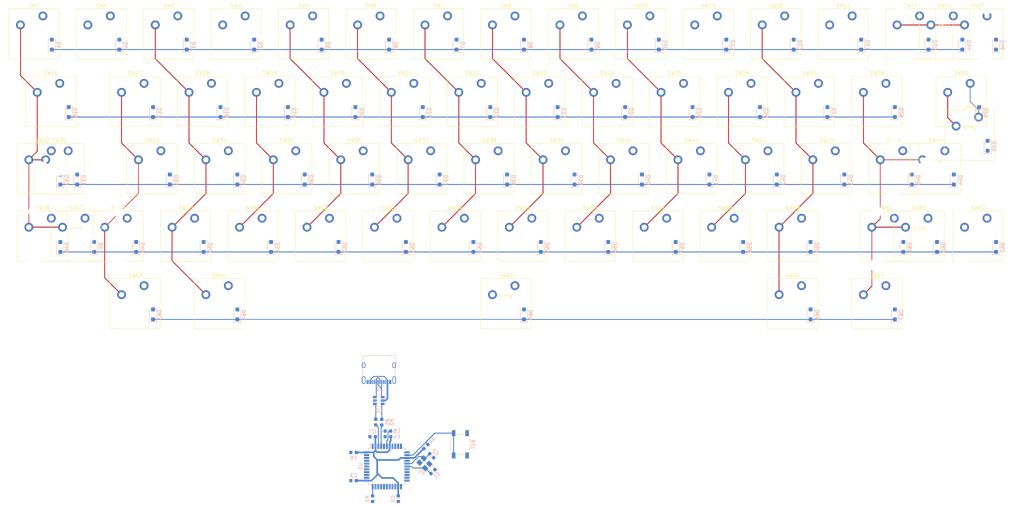
<source format=kicad_pcb>
(kicad_pcb (version 20241229) (generator "pcbnew") (generator_version "9.0")
  (layers (0 "F.Cu" signal) (2 "B.Cu" signal) (13 "F.Paste" user) (15 "B.Paste" user) (5 "F.SilkS" user "F.Silkscreen") (7 "B.SilkS" user "B.Silkscreen") (1 "F.Mask" user) (3 "B.Mask" user) (25 "Edge.Cuts" user))
  (net 0 "")
  (net 1 "COL0")
  (net 2 "COL1")
  (net 3 "COL2")
  (net 4 "COL3")
  (net 5 "COL4")
  (net 6 "COL5")
  (net 7 "COL6")
  (net 8 "COL7")
  (net 9 "COL8")
  (net 10 "COL9")
  (net 11 "COL10")
  (net 12 "COL11")
  (net 13 "COL12")
  (net 14 "COL13")
  (net 15 "ROW0")
  (net 16 "ROW1")
  (net 17 "ROW2")
  (net 18 "ROW3")
  (net 19 "ROW4")
  (net 20 "mcu/D-")
  (net 21 "u2/D-")
  (net 22 "u2/D+")
  (net 23 "mcu/D+")
  (net 24 "VCC")
  (net 25 "mcu/~{RESET}")
  (net 26 "GND")
  (net 27 "mcu/~{HWB}/PE2")
  (net 28 "usb/D-")
  (net 29 "usb/D+")
  (net 30 "mcu/UCAP")
  (net 31 "mcu/XTAL2")
  (net 32 "mcu/XTAL1")
  (net 33 "N$65")
  (net 34 "N$60")
  (net 35 "N$47")
  (net 36 "N$44")
  (net 37 "N$14")
  (net 38 "N$61")
  (net 39 "N$31")
  (net 40 "N$64")
  (net 41 "N$29")
  (net 42 "N$16")
  (net 43 "N$66")
  (net 44 "N$48")
  (net 45 "N$32")
  (net 46 "N$8")
  (net 47 "N$7")
  (net 48 "N$63")
  (net 49 "N$9")
  (net 50 "N$67")
  (net 51 "N$6")
  (net 52 "N$59")
  (net 53 "N$58")
  (net 54 "N$57")
  (net 55 "N$56")
  (net 56 "N$55")
  (net 57 "N$54")
  (net 58 "N$53")
  (net 59 "N$52")
  (net 60 "N$51")
  (net 61 "N$50")
  (net 62 "N$5")
  (net 63 "N$49")
  (net 64 "N$46")
  (net 65 "N$45")
  (net 66 "N$43")
  (net 67 "N$42")
  (net 68 "N$41")
  (net 69 "N$40")
  (net 70 "N$4")
  (net 71 "N$39")
  (net 72 "N$38")
  (net 73 "N$37")
  (net 74 "N$36")
  (net 75 "N$35")
  (net 76 "N$34")
  (net 77 "N$33")
  (net 78 "N$30")
  (net 79 "N$3")
  (net 80 "N$28")
  (net 81 "N$27")
  (net 82 "N$26")
  (net 83 "N$25")
  (net 84 "N$24")
  (net 85 "N$23")
  (net 86 "N$22")
  (net 87 "N$21")
  (net 88 "N$20")
  (net 89 "N$2")
  (net 90 "N$19")
  (net 91 "N$18")
  (net 92 "N$17")
  (net 93 "N$15")
  (net 94 "N$13")
  (net 95 "N$12")
  (net 96 "N$11")
  (net 97 "N$10")
  (net 98 "N$1")
  (net 99 "N$62")
  (footprint "PCM_Switch_Keyboard_Cherry_MX:SW_Cherry_MX_PCB_1.25u" (layer "F.Cu") (at 97.63125 76.2)
    (property "Reference" "SW32")
    (property "Value" "SW_Push")
  )
  (footprint "PCM_Switch_Keyboard_Cherry_MX:SW_Cherry_MX_PCB_1.00u" (layer "F.Cu") (at 142.875 57.15)
    (property "Reference" "SW18")
    (property "Value" "SW_Push")
  )
  (footprint "PCM_Switch_Keyboard_Cherry_MX:SW_Cherry_MX_PCB_1.00u" (layer "F.Cu") (at 171.45 38.1)
    (property "Reference" "SW5")
    (property "Value" "SW_Push")
  )
  (footprint "PCM_Switch_Keyboard_Cherry_MX:SW_Cherry_MX_PCB_1.00u" (layer "F.Cu") (at 295.275 57.15)
    (property "Reference" "SW26")
    (property "Value" "SW_Push")
  )
  (footprint "PCM_Switch_Keyboard_Cherry_MX:SW_Cherry_MX_PCB_1.00u" (layer "F.Cu") (at 200.025 57.15)
    (property "Reference" "SW21")
    (property "Value" "SW_Push")
  )
  (footprint "PCM_Switch_Keyboard_Cherry_MX:SW_Cherry_MX_PCB_1.00u" (layer "F.Cu") (at 123.825 57.15)
    (property "Reference" "SW17")
    (property "Value" "SW_Push")
  )
  (footprint "PCM_Mounting_Keyboard_Stabilizer:Stabilizer_Cherry_MX_2.00u" (layer "F.Cu") (at 359.56875 66.675)
    (property "Reference" "ST30")
    (property "Value" "MountingHole")
  )
  (footprint "PCM_Switch_Keyboard_Cherry_MX:SW_Cherry_MX_PCB_1.00u" (layer "F.Cu") (at 333.375 57.15)
    (property "Reference" "SW28")
    (property "Value" "SW_Push")
  )
  (footprint "PCM_Switch_Keyboard_Cherry_MX:SW_Cherry_MX_PCB_1.50u" (layer "F.Cu") (at 100.0125 57.15)
    (property "Reference" "SW16")
    (property "Value" "SW_Push")
  )
  (footprint "PCM_Switch_Keyboard_Cherry_MX:SW_Cherry_MX_PCB_1.00u" (layer "F.Cu") (at 323.85 38.1)
    (property "Reference" "SW11")
    (property "Value" "SW_Push")
  )
  (footprint "PCM_Switch_Keyboard_Cherry_MX:SW_Cherry_MX_PCB_1.75u" (layer "F.Cu") (at 335.75625 95.25)
    (property "Reference" "SW61")
    (property "Value" "SW_Push")
  )
  (footprint "PCM_Mounting_Keyboard_Stabilizer:Stabilizer_Cherry_MX_2.00u" (layer "F.Cu") (at 107.15625 95.25)
    (property "Reference" "ST47")
    (property "Value" "MountingHole")
  )
  (footprint "PCM_Switch_Keyboard_Cherry_MX:SW_Cherry_MX_PCB_1.00u" (layer "F.Cu") (at 176.2125 95.25)
    (property "Reference" "SW52")
    (property "Value" "SW_Push")
  )
  (footprint "PCM_Mounting_Keyboard_Stabilizer:Stabilizer_Cherry_MX_7.00u" (layer "F.Cu") (at 228.6 114.3)
    (property "Reference" "ST65")
    (property "Value" "MountingHole")
  )
  (footprint "PCM_Mounting_Keyboard_Stabilizer:Stabilizer_Cherry_MX_2.00u" (layer "F.Cu") (at 352.425 38.1)
    (property "Reference" "ST14")
    (property "Value" "MountingHole")
  )
  (footprint "PCM_Switch_Keyboard_Cherry_MX:SW_Cherry_MX_PCB_1.00u" (layer "F.Cu") (at 304.8 38.1)
    (property "Reference" "SW12")
    (property "Value" "SW_Push")
  )
  (footprint "PCM_Switch_Keyboard_Cherry_MX:SW_Cherry_MX_PCB_1.00u" (layer "F.Cu") (at 161.925 57.15)
    (property "Reference" "SW19")
    (property "Value" "SW_Push")
  )
  (footprint "PCM_Switch_Keyboard_Cherry_MX:SW_Cherry_MX_PCB_1.00u" (layer "F.Cu") (at 157.1625 95.25)
    (property "Reference" "SW51")
    (property "Value" "SW_Push")
  )
  (footprint "PCM_Switch_Keyboard_Cherry_MX:SW_Cherry_MX_PCB_2.25u" (layer "F.Cu") (at 107.15625 95.25)
    (property "Reference" "SW47")
    (property "Value" "SW_Push")
  )
  (footprint "PCM_Switch_Keyboard_Cherry_MX:SW_Cherry_MX_PCB_1.00u" (layer "F.Cu") (at 166.6875 76.2)
    (property "Reference" "SW35")
    (property "Value" "SW_Push")
  )
  (footprint "PCM_Switch_Keyboard_Cherry_MX:SW_Cherry_MX_PCB_1.00u" (layer "F.Cu") (at 223.8375 76.2)
    (property "Reference" "SW38")
    (property "Value" "SW_Push")
  )
  (footprint "PCM_Switch_Keyboard_Cherry_MX:SW_Cherry_MX_PCB_1.00u" (layer "F.Cu") (at 195.2625 95.25)
    (property "Reference" "SW53")
    (property "Value" "SW_Push")
  )
  (footprint "PCM_Switch_Keyboard_Cherry_MX:SW_Cherry_MX_PCB_1.00u" (layer "F.Cu") (at 180.975 57.15)
    (property "Reference" "SW20")
    (property "Value" "SW_Push")
  )
  (footprint "PCM_Switch_Keyboard_Cherry_MX:SW_Cherry_MX_PCB_1.00u" (layer "F.Cu") (at 300.0375 76.2)
    (property "Reference" "SW42")
    (property "Value" "SW_Push")
  )
  (footprint "PCM_Switch_Keyboard_Cherry_MX:SW_Cherry_MX_PCB_1.00u" (layer "F.Cu") (at 342.9 38.1)
    (property "Reference" "SW15")
    (property "Value" "SW_Push")
  )
  (footprint "PCM_Switch_Keyboard_Cherry_MX:SW_Cherry_MX_PCB_1.00u" (layer "F.Cu") (at 319.0875 76.2)
    (property "Reference" "SW43")
    (property "Value" "SW_Push")
  )
  (footprint "PCM_Switch_Keyboard_Cherry_MX:SW_Cherry_MX_PCB_1.00u" (layer "F.Cu") (at 233.3625 95.25)
    (property "Reference" "SW55")
    (property "Value" "SW_Push")
  )
  (footprint "PCM_Switch_Keyboard_Cherry_MX:SW_Cherry_MX_PCB_1.50u" (layer "F.Cu") (at 309.5625 114.3)
    (property "Reference" "SW66")
    (property "Value" "SW_Push")
  )
  (footprint "PCM_Switch_Keyboard_Cherry_MX:SW_Cherry_MX_PCB_1.00u" (layer "F.Cu") (at 138.1125 95.25)
    (property "Reference" "SW50")
    (property "Value" "SW_Push")
  )
  (footprint "PCM_Switch_Keyboard_Cherry_MX:SW_Cherry_MX_PCB_7.00u" (layer "F.Cu") (at 228.6 114.3)
    (property "Reference" "SW65")
    (property "Value" "SW_Push")
  )
  (footprint "PCM_Switch_Keyboard_Cherry_MX:SW_Cherry_MX_PCB_2.25u" (layer "F.Cu") (at 350.04375 76.2)
    (property "Reference" "SW44")
    (property "Value" "SW_Push")
  )
  (footprint "PCM_Switch_Keyboard_Cherry_MX:SW_Cherry_MX_PCB_1.00u" (layer "F.Cu") (at 228.6 38.1)
    (property "Reference" "SW8")
    (property "Value" "SW_Push")
  )
  (footprint "PCM_Switch_Keyboard_Cherry_MX:SW_Cherry_MX_PCB_1.00u" (layer "F.Cu") (at 338.1375 76.2)
    (property "Reference" "SW45")
    (property "Value" "SW_Push")
  )
  (footprint "PCM_Switch_Keyboard_Cherry_MX:SW_Cherry_MX_PCB_1.00u" (layer "F.Cu") (at 252.4125 95.25)
    (property "Reference" "SW56")
    (property "Value" "SW_Push")
  )
  (footprint "PCM_Switch_Keyboard_Cherry_MX:SW_Cherry_MX_PCB_1.00u" (layer "F.Cu") (at 123.825 114.3)
    (property "Reference" "SW63")
    (property "Value" "SW_Push")
  )
  (footprint "PCM_Switch_Keyboard_Cherry_MX:SW_Cherry_MX_PCB_1.00u" (layer "F.Cu") (at 247.65 38.1)
    (property "Reference" "SW9")
    (property "Value" "SW_Push")
  )
  (footprint "PCM_Mounting_Keyboard_Stabilizer:Stabilizer_Cherry_MX_2.00u" (layer "F.Cu") (at 345.28125 95.25)
    (property "Reference" "ST60")
    (property "Value" "MountingHole")
  )
  (footprint "PCM_Switch_Keyboard_Cherry_MX:SW_Cherry_MX_PCB_1.00u" (layer "F.Cu") (at 314.325 57.15)
    (property "Reference" "SW27")
    (property "Value" "SW_Push")
  )
  (footprint "PCM_Switch_Keyboard_Cherry_MX:SW_Cherry_MX_PCB_1.00u" (layer "F.Cu") (at 359.56875 66.675)
    (property "Reference" "SW30")
    (property "Value" "SW_Push")
  )
  (footprint "PCM_Switch_Keyboard_Cherry_MX:SW_Cherry_MX_PCB_1.00u" (layer "F.Cu") (at 309.5625 95.25)
    (property "Reference" "SW59")
    (property "Value" "SW_Push")
  )
  (footprint "PCM_Switch_Keyboard_Cherry_MX:SW_Cherry_MX_PCB_1.00u" (layer "F.Cu") (at 276.225 57.15)
    (property "Reference" "SW25")
    (property "Value" "SW_Push")
  )
  (footprint "PCM_Switch_Keyboard_Cherry_MX:SW_Cherry_MX_PCB_1.00u" (layer "F.Cu") (at 271.4625 95.25)
    (property "Reference" "SW57")
    (property "Value" "SW_Push")
  )
  (footprint "PCM_Switch_Keyboard_Cherry_MX:SW_Cherry_MX_PCB_1.00u" (layer "F.Cu") (at 95.25 38.1)
    (property "Reference" "SW1")
    (property "Value" "SW_Push")
  )
  (footprint "PCM_Switch_Keyboard_Cherry_MX:SW_Cherry_MX_PCB_1.00u" (layer "F.Cu") (at 361.95 38.1)
    (property "Reference" "SW46")
    (property "Value" "SW_Push")
  )
  (footprint "PCM_Switch_Keyboard_Cherry_MX:SW_Cherry_MX_PCB_1.00u" (layer "F.Cu") (at 261.9375 76.2)
    (property "Reference" "SW40")
    (property "Value" "SW_Push")
  )
  (footprint "PCM_Switch_Keyboard_Cherry_MX:SW_Cherry_MX_PCB_1.00u" (layer "F.Cu") (at 190.5 38.1)
    (property "Reference" "SW6")
    (property "Value" "SW_Push")
  )
  (footprint "PCM_Switch_Keyboard_Cherry_MX:SW_Cherry_MX_PCB_1.00u" (layer "F.Cu") (at 266.7 38.1)
    (property "Reference" "SW10")
    (property "Value" "SW_Push")
  )
  (footprint "PCM_Switch_Keyboard_Cherry_MX:SW_Cherry_MX_PCB_1.00u" (layer "F.Cu") (at 147.6375 76.2)
    (property "Reference" "SW34")
    (property "Value" "SW_Push")
  )
  (footprint "PCM_Switch_Keyboard_Cherry_MX:SW_Cherry_MX_PCB_1.00u" (layer "F.Cu") (at 361.95 95.25)
    (property "Reference" "SW62")
    (property "Value" "SW_Push")
  )
  (footprint "PCM_Switch_Keyboard_Cherry_MX:SW_Cherry_MX_PCB_1.00u" (layer "F.Cu") (at 128.5875 76.2)
    (property "Reference" "SW33")
    (property "Value" "SW_Push")
  )
  (footprint "PCM_Mounting_Keyboard_Stabilizer:Stabilizer_Cherry_MX_2.00u" (layer "F.Cu") (at 350.04375 76.2)
    (property "Reference" "ST44")
    (property "Value" "MountingHole")
  )
  (footprint "PCM_Switch_Keyboard_Cherry_MX:SW_Cherry_MX_PCB_1.00u" (layer "F.Cu") (at 238.125 57.15)
    (property "Reference" "SW23")
    (property "Value" "SW_Push")
  )
  (footprint "PCM_Switch_Keyboard_Cherry_MX:SW_Cherry_MX_PCB_1.00u" (layer "F.Cu") (at 333.375 114.3)
    (property "Reference" "SW67")
    (property "Value" "SW_Push")
  )
  (footprint "PCM_Switch_Keyboard_Cherry_MX:SW_Cherry_MX_PCB_1.00u" (layer "F.Cu") (at 119.0625 95.25)
    (property "Reference" "SW49")
    (property "Value" "SW_Push")
  )
  (footprint "PCM_Switch_Keyboard_Cherry_MX:SW_Cherry_MX_PCB_2.75u" (layer "F.Cu") (at 345.28125 95.25)
    (property "Reference" "SW60")
    (property "Value" "SW_Push")
  )
  (footprint "PCM_Switch_Keyboard_Cherry_MX:SW_Cherry_MX_PCB_1.00u" (layer "F.Cu") (at 152.4 38.1)
    (property "Reference" "SW2")
    (property "Value" "SW_Push")
  )
  (footprint "PCM_Switch_Keyboard_Cherry_MX:SW_Cherry_MX_PCB_1.00u" (layer "F.Cu") (at 114.3 38.1)
    (property "Reference" "SW4")
    (property "Value" "SW_Push")
  )
  (footprint "PCM_Switch_Keyboard_Cherry_MX:SW_Cherry_MX_PCB_1.00u" (layer "F.Cu") (at 133.35 38.1)
    (property "Reference" "SW3")
    (property "Value" "SW_Push")
  )
  (footprint "PCM_Switch_Keyboard_Cherry_MX:SW_Cherry_MX_PCB_1.00u" (layer "F.Cu") (at 257.175 57.15)
    (property "Reference" "SW24")
    (property "Value" "SW_Push")
  )
  (footprint "PCM_Switch_Keyboard_Cherry_MX:SW_Cherry_MX_PCB_1.25u" (layer "F.Cu") (at 97.63125 95.25)
    (property "Reference" "SW48")
    (property "Value" "SW_Push")
  )
  (footprint "PCM_Switch_Keyboard_Cherry_MX:SW_Cherry_MX_PCB_2.00u" (layer "F.Cu") (at 352.425 38.1)
    (property "Reference" "SW14")
    (property "Value" "SW_Push")
  )
  (footprint "PCM_Switch_Keyboard_Cherry_MX:SW_Cherry_MX_PCB_1.00u" (layer "F.Cu") (at 242.8875 76.2)
    (property "Reference" "SW39")
    (property "Value" "SW_Push")
  )
  (footprint "PCM_Switch_Keyboard_Cherry_MX:SW_Cherry_MX_PCB_1.50u" (layer "F.Cu") (at 147.6375 114.3)
    (property "Reference" "SW64")
    (property "Value" "SW_Push")
  )
  (footprint "PCM_Switch_Keyboard_Cherry_MX:SW_Cherry_MX_PCB_1.00u" (layer "F.Cu") (at 219.075 57.15)
    (property "Reference" "SW22")
    (property "Value" "SW_Push")
  )
  (footprint "PCM_Switch_Keyboard_Cherry_MX:SW_Cherry_MX_PCB_1.50u" (layer "F.Cu") (at 357.1875 57.15)
    (property "Reference" "SW29")
    (property "Value" "SW_Push")
  )
  (footprint "PCM_Switch_Keyboard_Cherry_MX:SW_Cherry_MX_PCB_1.00u" (layer "F.Cu") (at 209.55 38.1)
    (property "Reference" "SW7")
    (property "Value" "SW_Push")
  )
  (footprint "PCM_Switch_Keyboard_Cherry_MX:SW_Cherry_MX_PCB_1.00u" (layer "F.Cu") (at 290.5125 95.25)
    (property "Reference" "SW58")
    (property "Value" "SW_Push")
  )
  (footprint "PCM_Switch_Keyboard_Cherry_MX:SW_Cherry_MX_PCB_1.00u" (layer "F.Cu") (at 285.75 38.1)
    (property "Reference" "SW13")
    (property "Value" "SW_Push")
  )
  (footprint "PCM_Switch_Keyboard_Cherry_MX:SW_Cherry_MX_PCB_1.00u" (layer "F.Cu") (at 214.3125 95.25)
    (property "Reference" "SW54")
    (property "Value" "SW_Push")
  )
  (footprint "PCM_Switch_Keyboard_Cherry_MX:SW_Cherry_MX_PCB_1.75u" (layer "F.Cu") (at 102.39375 76.2)
    (property "Reference" "SW31")
    (property "Value" "SW_Push")
  )
  (footprint "PCM_Switch_Keyboard_Cherry_MX:SW_Cherry_MX_PCB_1.00u" (layer "F.Cu") (at 185.7375 76.2)
    (property "Reference" "SW36")
    (property "Value" "SW_Push")
  )
  (footprint "PCM_Switch_Keyboard_Cherry_MX:SW_Cherry_MX_PCB_1.00u" (layer "F.Cu") (at 280.9875 76.2)
    (property "Reference" "SW41")
    (property "Value" "SW_Push")
  )
  (footprint "PCM_Switch_Keyboard_Cherry_MX:SW_Cherry_MX_PCB_1.00u" (layer "F.Cu") (at 204.7875 76.2)
    (property "Reference" "SW37")
    (property "Value" "SW_Push")
  )
  (footprint "Diode_SMD:D_SOD-123F" (layer "B.Cu") (at 300.355 60.18 90)
    (property "Reference" "D26")
    (property "Value" "D")
  )
  (footprint "Diode_SMD:D_SOD-123F" (layer "B.Cu") (at 233.68 117.33 90)
    (property "Reference" "D65")
    (property "Value" "D")
  )
  (footprint "Diode_SMD:D_SOD-123F" (layer "B.Cu") (at 162.2425 98.28 90)
    (property "Reference" "D51")
    (property "Value" "D")
  )
  (footprint "Diode_SMD:D_SOD-123F" (layer "B.Cu") (at 143.1925 98.28 90)
    (property "Reference" "D50")
    (property "Value" "D")
  )
  (footprint "Diode_SMD:D_SOD-123F" (layer "B.Cu") (at 340.83625 98.28 90)
    (property "Reference" "D61")
    (property "Value" "D")
  )
  (footprint "Crystal:Crystal_SMD_3225-4Pin_3.2x2.5mm" (layer "B.Cu") (at 205.567 159.357 135)
    (property "Reference" "Y1")
    (property "Value" "Crystal_GND24")
  )
  (footprint "Diode_SMD:D_SOD-123F" (layer "B.Cu") (at 102.71125 79.23 90)
    (property "Reference" "D32")
    (property "Value" "D")
  )
  (footprint "Diode_SMD:D_SOD-123F" (layer "B.Cu") (at 195.58 41.13 90)
    (property "Reference" "D6")
    (property "Value" "D")
  )
  (footprint "Diode_SMD:D_SOD-123F" (layer "B.Cu") (at 347.98 41.13 90)
    (property "Reference" "D15")
    (property "Value" "D")
  )
  (footprint "Diode_SMD:D_SOD-123F" (layer "B.Cu") (at 167.005 60.18 90)
    (property "Reference" "D19")
    (property "Value" "D")
  )
  (footprint "Diode_SMD:D_SOD-123F" (layer "B.Cu") (at 290.83 41.13 90)
    (property "Reference" "D13")
    (property "Value" "D")
  )
  (footprint "Diode_SMD:D_SOD-123F" (layer "B.Cu") (at 357.505 41.13 90)
    (property "Reference" "D14")
    (property "Value" "D")
  )
  (footprint "Diode_SMD:D_SOD-123F" (layer "B.Cu") (at 324.1675 79.23 90)
    (property "Reference" "D43")
    (property "Value" "D")
  )
  (footprint "Diode_SMD:D_SOD-123F" (layer "B.Cu") (at 328.93 41.13 90)
    (property "Reference" "D11")
    (property "Value" "D")
  )
  (footprint "Diode_SMD:D_SOD-123F" (layer "B.Cu") (at 100.33 41.13 90)
    (property "Reference" "D1")
    (property "Value" "D")
  )
  (footprint "Diode_SMD:D_SOD-123F" (layer "B.Cu") (at 171.7675 79.23 90)
    (property "Reference" "D35")
    (property "Value" "D")
  )
  (footprint "Diode_SMD:D_SOD-123F" (layer "B.Cu") (at 209.8675 79.23 90)
    (property "Reference" "D37")
    (property "Value" "D")
  )
  (footprint "Resistor_SMD:R_0603_1608Metric" (layer "B.Cu") (at 205.977 154.647 -135)
    (property "Reference" "R4")
    (property "Value" "10k")
  )
  (footprint "Diode_SMD:D_SOD-123F" (layer "B.Cu") (at 267.0175 79.23 90)
    (property "Reference" "D40")
    (property "Value" "D")
  )
  (footprint "Diode_SMD:D_SOD-123F" (layer "B.Cu") (at 305.1175 79.23 90)
    (property "Reference" "D42")
    (property "Value" "D")
  )
  (footprint "Diode_SMD:D_SOD-123F" (layer "B.Cu") (at 271.78 41.13 90)
    (property "Reference" "D10")
    (property "Value" "D")
  )
  (footprint "Diode_SMD:D_SOD-123F" (layer "B.Cu") (at 362.2675 60.18 90)
    (property "Reference" "D29")
    (property "Value" "D")
  )
  (footprint "Diode_SMD:D_SOD-123F" (layer "B.Cu") (at 205.105 60.18 90)
    (property "Reference" "D21")
    (property "Value" "D")
  )
  (footprint "Diode_SMD:D_SOD-123F" (layer "B.Cu") (at 276.5425 98.28 90)
    (property "Reference" "D57")
    (property "Value" "D")
  )
  (footprint "Diode_SMD:D_SOD-123F" (layer "B.Cu") (at 128.905 117.33 90)
    (property "Reference" "D63")
    (property "Value" "D")
  )
  (footprint "Diode_SMD:D_SOD-123F" (layer "B.Cu") (at 309.88 41.13 90)
    (property "Reference" "D12")
    (property "Value" "D")
  )
  (footprint "Capacitor_SMD:C_0603_1608Metric" (layer "B.Cu") (at 185.547 156.337 180)
    (property "Reference" "C6")
    (property "Value" "0.1u")
  )
  (footprint "Diode_SMD:D_SOD-123F" (layer "B.Cu") (at 157.48 41.13 90)
    (property "Reference" "D2")
    (property "Value" "D")
  )
  (footprint "Diode_SMD:D_SOD-123F" (layer "B.Cu") (at 247.9675 79.23 90)
    (property "Reference" "D39")
    (property "Value" "D")
  )
  (footprint "Diode_SMD:D_SOD-123F" (layer "B.Cu") (at 243.205 60.18 90)
    (property "Reference" "D23")
    (property "Value" "D")
  )
  (footprint "Diode_SMD:D_SOD-123F" (layer "B.Cu") (at 338.455 60.18 90)
    (property "Reference" "D28")
    (property "Value" "D")
  )
  (footprint "Diode_SMD:D_SOD-123F" (layer "B.Cu") (at 252.73 41.13 90)
    (property "Reference" "D9")
    (property "Value" "D")
  )
  (footprint "Diode_SMD:D_SOD-123F" (layer "B.Cu") (at 343.2175 79.23 90)
    (property "Reference" "D45")
    (property "Value" "D")
  )
  (footprint "Diode_SMD:D_SOD-123F" (layer "B.Cu") (at 367.03 98.28 90)
    (property "Reference" "D62")
    (property "Value" "D")
  )
  (footprint "Diode_SMD:D_SOD-123F" (layer "B.Cu") (at 286.0675 79.23 90)
    (property "Reference" "D41")
    (property "Value" "D")
  )
  (footprint "Connector_USB:USB_C_Receptacle_XKB_U262-16XN-4BVC11" (layer "B.Cu") (at 192.717 132.762)
    (property "Reference" "J1")
    (property "Value" "USB_C_Receptacle_USB2.0")
  )
  (footprint "Diode_SMD:D_SOD-123F" (layer "B.Cu") (at 107.47375 79.23 90)
    (property "Reference" "D31")
    (property "Value" "D")
  )
  (footprint "Diode_SMD:D_SOD-123F" (layer "B.Cu") (at 257.4925 98.28 90)
    (property "Reference" "D56")
    (property "Value" "D")
  )
  (footprint "Diode_SMD:D_SOD-123F" (layer "B.Cu") (at 233.68 41.13 90)
    (property "Reference" "D8")
    (property "Value" "D")
  )
  (footprint "Diode_SMD:D_SOD-123F" (layer "B.Cu") (at 152.7175 79.23 90)
    (property "Reference" "D34")
    (property "Value" "D")
  )
  (footprint "Diode_SMD:D_SOD-123F" (layer "B.Cu") (at 190.8175 79.23 90)
    (property "Reference" "D36")
    (property "Value" "D")
  )
  (footprint "Diode_SMD:D_SOD-123F" (layer "B.Cu") (at 224.155 60.18 90)
    (property "Reference" "D22")
    (property "Value" "D")
  )
  (footprint "Diode_SMD:D_SOD-123F" (layer "B.Cu") (at 186.055 60.18 90)
    (property "Reference" "D20")
    (property "Value" "D")
  )
  (footprint "Diode_SMD:D_SOD-123F" (layer "B.Cu") (at 176.53 41.13 90)
    (property "Reference" "D5")
    (property "Value" "D")
  )
  (footprint "Diode_SMD:D_SOD-123F" (layer "B.Cu") (at 319.405 60.18 90)
    (property "Reference" "D27")
    (property "Value" "D")
  )
  (footprint "Diode_SMD:D_SOD-123F" (layer "B.Cu") (at 147.955 60.18 90)
    (property "Reference" "D18")
    (property "Value" "D")
  )
  (footprint "Diode_SMD:D_SOD-123F" (layer "B.Cu") (at 128.905 60.18 90)
    (property "Reference" "D17")
    (property "Value" "D")
  )
  (footprint "Diode_SMD:D_SOD-123F" (layer "B.Cu") (at 112.23625 98.28 90)
    (property "Reference" "D47")
    (property "Value" "D")
  )
  (footprint "Diode_SMD:D_SOD-123F" (layer "B.Cu") (at 355.12375 79.23 90)
    (property "Reference" "D44")
    (property "Value" "D")
  )
  (footprint "Diode_SMD:D_SOD-123F" (layer "B.Cu") (at 281.305 60.18 90)
    (property "Reference" "D25")
    (property "Value" "D")
  )
  (footprint "Diode_SMD:D_SOD-123F" (layer "B.Cu") (at 133.6675 79.23 90)
    (property "Reference" "D33")
    (property "Value" "D")
  )
  (footprint "Diode_SMD:D_SOD-123F" (layer "B.Cu") (at 105.0925 60.18 90)
    (property "Reference" "D16")
    (property "Value" "D")
  )
  (footprint "Diode_SMD:D_SOD-123F" (layer "B.Cu") (at 181.2925 98.28 90)
    (property "Reference" "D52")
    (property "Value" "D")
  )
  (footprint "Diode_SMD:D_SOD-123F" (layer "B.Cu") (at 338.455 117.33 90)
    (property "Reference" "D67")
    (property "Value" "D")
  )
  (footprint "Resistor_SMD:R_0603_1608Metric" (layer "B.Cu") (at 190.927 169.407 -90)
    (property "Reference" "R3")
    (property "Value" "10k")
  )
  (footprint "Diode_SMD:D_SOD-123F" (layer "B.Cu") (at 138.43 41.13 90)
    (property "Reference" "D3")
    (property "Value" "D")
  )
  (footprint "Capacitor_SMD:C_0603_1608Metric" (layer "B.Cu") (at 207.977 161.727 45)
    (property "Reference" "C1")
    (property "Value" "22p")
  )
  (footprint "Diode_SMD:D_SOD-123F" (layer "B.Cu") (at 124.1425 98.28 90)
    (property "Reference" "D49")
    (property "Value" "D")
  )
  (footprint "Diode_SMD:D_SOD-123F" (layer "B.Cu") (at 200.3425 98.28 90)
    (property "Reference" "D53")
    (property "Value" "D")
  )
  (footprint "Diode_SMD:D_SOD-123F" (layer "B.Cu") (at 152.7175 117.33 90)
    (property "Reference" "D64")
    (property "Value" "D")
  )
  (footprint "Diode_SMD:D_SOD-123F" (layer "B.Cu") (at 102.71125 98.28 90)
    (property "Reference" "D48")
    (property "Value" "D")
  )
  (footprint "Diode_SMD:D_SOD-123F" (layer "B.Cu") (at 214.63 41.13 90)
    (property "Reference" "D7")
    (property "Value" "D")
  )
  (footprint "Capacitor_SMD:C_0603_1608Metric" (layer "B.Cu") (at 195.257 151.887 180)
    (property "Reference" "C4")
    (property "Value" "0.1u")
  )
  (footprint "Capacitor_SMD:C_0603_1608Metric" (layer "B.Cu") (at 185.547 164.277 180)
    (property "Reference" "C3")
    (property "Value" "0.1u")
  )
  (footprint "Resistor_SMD:R_0603_1608Metric" (layer "B.Cu") (at 191.817 147.757 90)
    (property "Reference" "R1")
    (property "Value" "22")
  )
  (footprint "Diode_SMD:D_SOD-123F" (layer "B.Cu") (at 295.5925 98.28 90)
    (property "Reference" "D58")
    (property "Value" "D")
  )
  (footprint "Package_TO_SOT_SMD:SOT-23-6" (layer "B.Cu") (at 192.667 141.662)
    (property "Reference" "U2")
    (property "Value" "TPD2S017")
  )
  (footprint "Diode_SMD:D_SOD-123F" (layer "B.Cu") (at 314.6425 117.33 90)
    (property "Reference" "D66")
    (property "Value" "D")
  )
  (footprint "Capacitor_SMD:C_0603_1608Metric" (layer "B.Cu") (at 195.257 150.297 180)
    (property "Reference" "C8")
    (property "Value" "1u")
  )
  (footprint "Package_QFP:TQFP-44_10x10mm_P0.8mm" (layer "B.Cu") (at 194.947 160.287 -90)
    (property "Reference" "U1")
    (property "Value" "ATmega32U4-A")
  )
  (footprint "Diode_SMD:D_SOD-123F" (layer "B.Cu") (at 314.6425 98.28 90)
    (property "Reference" "D59")
    (property "Value" "D")
  )
  (footprint "Diode_SMD:D_SOD-123F" (layer "B.Cu") (at 350.36125 98.28 90)
    (property "Reference" "D60")
    (property "Value" "D")
  )
  (footprint "Diode_SMD:D_SOD-123F" (layer "B.Cu") (at 219.3925 98.28 90)
    (property "Reference" "D54")
    (property "Value" "D")
  )
  (footprint "Diode_SMD:D_SOD-123F" (layer "B.Cu") (at 119.38 41.13 90)
    (property "Reference" "D4")
    (property "Value" "D")
  )
  (footprint "Diode_SMD:D_SOD-123F" (layer "B.Cu") (at 262.255 60.18 90)
    (property "Reference" "D24")
    (property "Value" "D")
  )
  (footprint "Capacitor_SMD:C_0603_1608Metric" (layer "B.Cu") (at 190.937 151.887 180)
    (property "Reference" "C7")
    (property "Value" "4.7u")
  )
  (footprint "Capacitor_SMD:C_0603_1608Metric" (layer "B.Cu") (at 207.617 157.257 -45)
    (property "Reference" "C2")
    (property "Value" "22p")
  )
  (footprint "Diode_SMD:D_SOD-123F" (layer "B.Cu") (at 364.64875 69.705 90)
    (property "Reference" "D30")
    (property "Value" "D")
  )
  (footprint "Button_Switch_SMD:SW_SPST_TL3342" (layer "B.Cu") (at 215.717 154.037 90)
    (property "Reference" "RST")
    (property "Value" "SW_SPST")
  )
  (footprint "Diode_SMD:D_SOD-123F" (layer "B.Cu") (at 228.9175 79.23 90)
    (property "Reference" "D38")
    (property "Value" "D")
  )
  (footprint "Resistor_SMD:R_0603_1608Metric" (layer "B.Cu") (at 193.517 147.767 90)
    (property "Reference" "R2")
    (property "Value" "22")
  )
  (footprint "Diode_SMD:D_SOD-123F" (layer "B.Cu") (at 367.03 41.13 90)
    (property "Reference" "D46")
    (property "Value" "D")
  )
  (footprint "Diode_SMD:D_SOD-123F" (layer "B.Cu") (at 238.4425 98.28 90)
    (property "Reference" "D55")
    (property "Value" "D")
  )
  (footprint "Capacitor_SMD:C_0603_1608Metric" (layer "B.Cu") (at 198.167 169.407 -90)
    (property "Reference" "C5")
    (property "Value" "0.1u")
  )
  (segment (start 359.7275 52.07) (end 359.7275 57.21) (width 0.2) (layer "B.Cu") (net 0))
  (segment (start 359.7275 57.21) (end 362.2675 59.75) (width 0.2) (layer "B.Cu") (net 0))
  (segment (start 362.10875 59.90875) (end 362.2675 59.75) (width 0.2) (layer "B.Cu") (net 0))
  (segment (start 362.10875 61.595) (end 362.10875 59.90875) (width 0.2) (layer "B.Cu") (net 0))
  (segment (start 96.2025 54.61) (end 96.2025 71.27875) (width 0.2) (layer "F.Cu") (net 1))
  (segment (start 91.44 49.8475) (end 96.2025 54.61) (width 0.2) (layer "F.Cu") (net 1))
  (segment (start 98.58375 73.66) (end 93.82125 73.66) (width 0.2) (layer "F.Cu") (net 1))
  (segment (start 93.82125 92.71) (end 103.34625 92.71) (width 0.2) (layer "F.Cu") (net 1))
  (segment (start 91.44 35.56) (end 91.44 49.8475) (width 0.2) (layer "F.Cu") (net 1))
  (segment (start 91.44 49.8475) (end 96.2025 54.61) (width 0.2) (layer "F.Cu") (net 1))
  (segment (start 93.82125 73.66) (end 98.58375 73.66) (width 0.2) (layer "F.Cu") (net 1))
  (segment (start 91.44 49.8475) (end 96.2025 54.61) (width 0.2) (layer "F.Cu") (net 1))
  (segment (start 96.2025 54.61) (end 96.2025 71.27875) (width 0.2) (layer "F.Cu") (net 1))
  (segment (start 93.82125 92.71) (end 103.34625 92.71) (width 0.2) (layer "F.Cu") (net 1))
  (segment (start 96.2025 71.27875) (end 93.82125 73.66) (width 0.2) (layer "F.Cu") (net 1))
  (segment (start 93.82125 73.66) (end 98.58375 73.66) (width 0.2) (layer "F.Cu") (net 1))
  (segment (start 96.2025 71.27875) (end 93.82125 73.66) (width 0.2) (layer "F.Cu") (net 1))
  (segment (start 96.2025 71.27875) (end 93.82125 73.66) (width 0.2) (layer "F.Cu") (net 1))
  (segment (start 93.82125 92.71) (end 103.34625 92.71) (width 0.2) (layer "F.Cu") (net 1))
  (segment (start 103.34625 92.71) (end 93.82125 92.71) (width 0.2) (layer "F.Cu") (net 1))
  (segment (start 93.82125 73.66) (end 93.82125 92.71) (width 0.2) (layer "F.Cu") (net 1))
  (segment (start 96.2025 54.61) (end 96.2025 71.27875) (width 0.2) (layer "F.Cu") (net 1))
  (segment (start 91.44 35.56) (end 91.44 49.8475) (width 0.2) (layer "F.Cu") (net 1))
  (segment (start 93.82125 73.66) (end 98.58375 73.66) (width 0.2) (layer "F.Cu") (net 1))
  (segment (start 91.44 35.56) (end 91.44 49.8475) (width 0.2) (layer "F.Cu") (net 1))
  (segment (start 115.2525 106.9975) (end 120.015 111.76) (width 0.2) (layer "F.Cu") (net 2))
  (segment (start 124.7775 73.66) (end 120.015 68.8975) (width 0.2) (layer "F.Cu") (net 2))
  (segment (start 120.015 68.8975) (end 120.015 54.61) (width 0.2) (layer "F.Cu") (net 2))
  (segment (start 115.2525 92.71) (end 115.2525 106.9975) (width 0.2) (layer "F.Cu") (net 2))
  (segment (start 124.7775 73.66) (end 120.015 68.8975) (width 0.2) (layer "F.Cu") (net 2))
  (segment (start 115.2525 92.71) (end 115.2525 106.9975) (width 0.2) (layer "F.Cu") (net 2))
  (segment (start 115.2525 106.9975) (end 120.015 111.76) (width 0.2) (layer "F.Cu") (net 2))
  (segment (start 115.2525 92.71) (end 115.2525 106.9975) (width 0.2) (layer "F.Cu") (net 2))
  (segment (start 120.015 68.8975) (end 120.015 54.61) (width 0.2) (layer "F.Cu") (net 2))
  (segment (start 124.7775 83.185) (end 124.7775 73.66) (width 0.2) (layer "F.Cu") (net 2))
  (segment (start 115.2525 92.71) (end 124.7775 83.185) (width 0.2) (layer "F.Cu") (net 2))
  (segment (start 120.015 68.8975) (end 120.015 54.61) (width 0.2) (layer "F.Cu") (net 2))
  (segment (start 115.2525 106.9975) (end 120.015 111.76) (width 0.2) (layer "F.Cu") (net 2))
  (segment (start 124.7775 73.66) (end 120.015 68.8975) (width 0.2) (layer "F.Cu") (net 2))
  (segment (start 129.54 45.085) (end 139.065 54.61) (width 0.2) (layer "F.Cu") (net 3))
  (segment (start 143.8275 83.185) (end 134.3025 92.71) (width 0.2) (layer "F.Cu") (net 3))
  (segment (start 139.065 68.8975) (end 143.8275 73.66) (width 0.2) (layer "F.Cu") (net 3))
  (segment (start 143.8275 73.66) (end 143.8275 83.185) (width 0.2) (layer "F.Cu") (net 3))
  (segment (start 139.065 54.61) (end 139.065 68.8975) (width 0.2) (layer "F.Cu") (net 3))
  (segment (start 134.3025 102.235) (end 143.8275 111.76) (width 0.2) (layer "F.Cu") (net 3))
  (segment (start 134.3025 102.235) (end 143.8275 111.76) (width 0.2) (layer "F.Cu") (net 3))
  (segment (start 143.8275 73.66) (end 143.8275 83.185) (width 0.2) (layer "F.Cu") (net 3))
  (segment (start 143.8275 73.66) (end 143.8275 83.185) (width 0.2) (layer "F.Cu") (net 3))
  (segment (start 129.54 35.56) (end 129.54 45.085) (width 0.2) (layer "F.Cu") (net 3))
  (segment (start 139.065 54.61) (end 139.065 68.8975) (width 0.2) (layer "F.Cu") (net 3))
  (segment (start 129.54 45.085) (end 139.065 54.61) (width 0.2) (layer "F.Cu") (net 3))
  (segment (start 139.065 68.8975) (end 143.8275 73.66) (width 0.2) (layer "F.Cu") (net 3))
  (segment (start 129.54 35.56) (end 129.54 45.085) (width 0.2) (layer "F.Cu") (net 3))
  (segment (start 143.8275 83.185) (end 134.3025 92.71) (width 0.2) (layer "F.Cu") (net 3))
  (segment (start 129.54 45.085) (end 139.065 54.61) (width 0.2) (layer "F.Cu") (net 3))
  (segment (start 134.3025 92.71) (end 134.3025 102.235) (width 0.2) (layer "F.Cu") (net 3))
  (segment (start 129.54 35.56) (end 129.54 45.085) (width 0.2) (layer "F.Cu") (net 3))
  (segment (start 143.8275 83.185) (end 134.3025 92.71) (width 0.2) (layer "F.Cu") (net 3))
  (segment (start 139.065 54.61) (end 139.065 68.8975) (width 0.2) (layer "F.Cu") (net 3))
  (segment (start 134.3025 92.71) (end 134.3025 102.235) (width 0.2) (layer "F.Cu") (net 3))
  (segment (start 134.3025 102.235) (end 143.8275 111.76) (width 0.2) (layer "F.Cu") (net 3))
  (segment (start 139.065 68.8975) (end 143.8275 73.66) (width 0.2) (layer "F.Cu") (net 3))
  (segment (start 134.3025 92.71) (end 134.3025 102.235) (width 0.2) (layer "F.Cu") (net 3))
  (segment (start 162.8775 83.185) (end 153.3525 92.71) (width 0.2) (layer "F.Cu") (net 4))
  (segment (start 162.8775 73.66) (end 162.8775 83.185) (width 0.2) (layer "F.Cu") (net 4))
  (segment (start 162.8775 83.185) (end 153.3525 92.71) (width 0.2) (layer "F.Cu") (net 4))
  (segment (start 158.115 54.61) (end 158.115 68.8975) (width 0.2) (layer "F.Cu") (net 4))
  (segment (start 158.115 68.8975) (end 162.8775 73.66) (width 0.2) (layer "F.Cu") (net 4))
  (segment (start 162.8775 73.66) (end 162.8775 83.185) (width 0.2) (layer "F.Cu") (net 4))
  (segment (start 162.8775 73.66) (end 162.8775 83.185) (width 0.2) (layer "F.Cu") (net 4))
  (segment (start 158.115 68.8975) (end 162.8775 73.66) (width 0.2) (layer "F.Cu") (net 4))
  (segment (start 158.115 54.61) (end 158.115 68.8975) (width 0.2) (layer "F.Cu") (net 4))
  (segment (start 162.8775 83.185) (end 153.3525 92.71) (width 0.2) (layer "F.Cu") (net 4))
  (segment (start 158.115 54.61) (end 158.115 68.8975) (width 0.2) (layer "F.Cu") (net 4))
  (segment (start 158.115 68.8975) (end 162.8775 73.66) (width 0.2) (layer "F.Cu") (net 4))
  (segment (start 181.9275 73.66) (end 181.9275 83.185) (width 0.2) (layer "F.Cu") (net 5))
  (segment (start 167.64 45.085) (end 177.165 54.61) (width 0.2) (layer "F.Cu") (net 5))
  (segment (start 181.9275 83.185) (end 172.4025 92.71) (width 0.2) (layer "F.Cu") (net 5))
  (segment (start 181.9275 83.185) (end 172.4025 92.71) (width 0.2) (layer "F.Cu") (net 5))
  (segment (start 181.9275 83.185) (end 172.4025 92.71) (width 0.2) (layer "F.Cu") (net 5))
  (segment (start 167.64 35.56) (end 167.64 45.085) (width 0.2) (layer "F.Cu") (net 5))
  (segment (start 177.165 68.8975) (end 181.9275 73.66) (width 0.2) (layer "F.Cu") (net 5))
  (segment (start 177.165 68.8975) (end 181.9275 73.66) (width 0.2) (layer "F.Cu") (net 5))
  (segment (start 167.64 45.085) (end 177.165 54.61) (width 0.2) (layer "F.Cu") (net 5))
  (segment (start 177.165 54.61) (end 177.165 68.8975) (width 0.2) (layer "F.Cu") (net 5))
  (segment (start 181.9275 73.66) (end 181.9275 83.185) (width 0.2) (layer "F.Cu") (net 5))
  (segment (start 167.64 45.085) (end 177.165 54.61) (width 0.2) (layer "F.Cu") (net 5))
  (segment (start 167.64 35.56) (end 167.64 45.085) (width 0.2) (layer "F.Cu") (net 5))
  (segment (start 167.64 35.56) (end 167.64 45.085) (width 0.2) (layer "F.Cu") (net 5))
  (segment (start 177.165 54.61) (end 177.165 68.8975) (width 0.2) (layer "F.Cu") (net 5))
  (segment (start 181.9275 73.66) (end 181.9275 83.185) (width 0.2) (layer "F.Cu") (net 5))
  (segment (start 177.165 68.8975) (end 181.9275 73.66) (width 0.2) (layer "F.Cu") (net 5))
  (segment (start 177.165 54.61) (end 177.165 68.8975) (width 0.2) (layer "F.Cu") (net 5))
  (segment (start 186.69 35.56) (end 186.69 45.085) (width 0.2) (layer "F.Cu") (net 6))
  (segment (start 186.69 45.085) (end 196.215 54.61) (width 0.2) (layer "F.Cu") (net 6))
  (segment (start 186.69 45.085) (end 196.215 54.61) (width 0.2) (layer "F.Cu") (net 6))
  (segment (start 186.69 35.56) (end 186.69 45.085) (width 0.2) (layer "F.Cu") (net 6))
  (segment (start 200.9775 83.185) (end 191.4525 92.71) (width 0.2) (layer "F.Cu") (net 6))
  (segment (start 196.215 54.61) (end 196.215 68.8975) (width 0.2) (layer "F.Cu") (net 6))
  (segment (start 200.9775 73.66) (end 200.9775 83.185) (width 0.2) (layer "F.Cu") (net 6))
  (segment (start 186.69 45.085) (end 196.215 54.61) (width 0.2) (layer "F.Cu") (net 6))
  (segment (start 186.69 35.56) (end 186.69 45.085) (width 0.2) (layer "F.Cu") (net 6))
  (segment (start 196.215 68.8975) (end 200.9775 73.66) (width 0.2) (layer "F.Cu") (net 6))
  (segment (start 200.9775 83.185) (end 191.4525 92.71) (width 0.2) (layer "F.Cu") (net 6))
  (segment (start 200.9775 83.185) (end 191.4525 92.71) (width 0.2) (layer "F.Cu") (net 6))
  (segment (start 200.9775 73.66) (end 200.9775 83.185) (width 0.2) (layer "F.Cu") (net 6))
  (segment (start 200.9775 73.66) (end 200.9775 83.185) (width 0.2) (layer "F.Cu") (net 6))
  (segment (start 196.215 68.8975) (end 200.9775 73.66) (width 0.2) (layer "F.Cu") (net 6))
  (segment (start 196.215 54.61) (end 196.215 68.8975) (width 0.2) (layer "F.Cu") (net 6))
  (segment (start 196.215 54.61) (end 196.215 68.8975) (width 0.2) (layer "F.Cu") (net 6))
  (segment (start 196.215 68.8975) (end 200.9775 73.66) (width 0.2) (layer "F.Cu") (net 6))
  (segment (start 215.265 68.8975) (end 220.0275 73.66) (width 0.2) (layer "F.Cu") (net 7))
  (segment (start 215.265 54.61) (end 215.265 68.8975) (width 0.2) (layer "F.Cu") (net 7))
  (segment (start 205.74 35.56) (end 205.74 45.085) (width 0.2) (layer "F.Cu") (net 7))
  (segment (start 220.0275 73.66) (end 220.0275 83.185) (width 0.2) (layer "F.Cu") (net 7))
  (segment (start 220.0275 83.185) (end 220.0275 73.66) (width 0.2) (layer "F.Cu") (net 7))
  (segment (start 220.0275 73.66) (end 215.265 68.8975) (width 0.2) (layer "F.Cu") (net 7))
  (segment (start 220.0275 83.185) (end 210.5025 92.71) (width 0.2) (layer "F.Cu") (net 7))
  (segment (start 220.0275 83.185) (end 210.5025 92.71) (width 0.2) (layer "F.Cu") (net 7))
  (segment (start 205.74 45.085) (end 215.265 54.61) (width 0.2) (layer "F.Cu") (net 7))
  (segment (start 205.74 45.085) (end 205.74 35.56) (width 0.2) (layer "F.Cu") (net 7))
  (segment (start 215.265 54.61) (end 205.74 45.085) (width 0.2) (layer "F.Cu") (net 7))
  (segment (start 205.74 35.56) (end 205.74 45.085) (width 0.2) (layer "F.Cu") (net 7))
  (segment (start 215.265 68.8975) (end 215.265 54.61) (width 0.2) (layer "F.Cu") (net 7))
  (segment (start 210.5025 92.71) (end 220.0275 83.185) (width 0.2) (layer "F.Cu") (net 7))
  (segment (start 205.74 45.085) (end 215.265 54.61) (width 0.2) (layer "F.Cu") (net 7))
  (segment (start 220.0275 73.66) (end 220.0275 83.185) (width 0.2) (layer "F.Cu") (net 7))
  (segment (start 215.265 68.8975) (end 220.0275 73.66) (width 0.2) (layer "F.Cu") (net 7))
  (segment (start 215.265 54.61) (end 215.265 68.8975) (width 0.2) (layer "F.Cu") (net 7))
  (segment (start 224.79 45.085) (end 234.315 54.61) (width 0.2) (layer "F.Cu") (net 8))
  (segment (start 229.5525 92.71) (end 239.0775 83.185) (width 0.2) (layer "F.Cu") (net 8))
  (segment (start 234.315 54.61) (end 234.315 68.8975) (width 0.2) (layer "F.Cu") (net 8))
  (segment (start 224.79 35.56) (end 224.79 45.085) (width 0.2) (layer "F.Cu") (net 8))
  (segment (start 224.79 45.085) (end 224.79 35.56) (width 0.2) (layer "F.Cu") (net 8))
  (segment (start 239.0775 83.185) (end 239.0775 73.66) (width 0.2) (layer "F.Cu") (net 8))
  (segment (start 239.0775 73.66) (end 239.0775 83.185) (width 0.2) (layer "F.Cu") (net 8))
  (segment (start 234.315 54.61) (end 224.79 45.085) (width 0.2) (layer "F.Cu") (net 8))
  (segment (start 239.0775 73.66) (end 239.0775 83.185) (width 0.2) (layer "F.Cu") (net 8))
  (segment (start 224.79 45.085) (end 234.315 54.61) (width 0.2) (layer "F.Cu") (net 8))
  (segment (start 234.315 68.8975) (end 234.315 54.61) (width 0.2) (layer "F.Cu") (net 8))
  (segment (start 234.315 68.8975) (end 239.0775 73.66) (width 0.2) (layer "F.Cu") (net 8))
  (segment (start 239.0775 83.185) (end 229.5525 92.71) (width 0.2) (layer "F.Cu") (net 8))
  (segment (start 224.79 35.56) (end 224.79 45.085) (width 0.2) (layer "F.Cu") (net 8))
  (segment (start 239.0775 73.66) (end 234.315 68.8975) (width 0.2) (layer "F.Cu") (net 8))
  (segment (start 234.315 54.61) (end 234.315 68.8975) (width 0.2) (layer "F.Cu") (net 8))
  (segment (start 239.0775 83.185) (end 229.5525 92.71) (width 0.2) (layer "F.Cu") (net 8))
  (segment (start 234.315 68.8975) (end 239.0775 73.66) (width 0.2) (layer "F.Cu") (net 8))
  (segment (start 258.1275 83.185) (end 258.1275 73.66) (width 0.2) (layer "F.Cu") (net 9))
  (segment (start 253.365 68.8975) (end 258.1275 73.66) (width 0.2) (layer "F.Cu") (net 9))
  (segment (start 253.365 54.61) (end 243.84 45.085) (width 0.2) (layer "F.Cu") (net 9))
  (segment (start 258.1275 73.66) (end 258.1275 83.185) (width 0.2) (layer "F.Cu") (net 9))
  (segment (start 253.365 54.61) (end 243.84 45.085) (width 0.2) (layer "F.Cu") (net 9))
  (segment (start 253.365 68.8975) (end 253.365 54.61) (width 0.2) (layer "F.Cu") (net 9))
  (segment (start 258.1275 73.66) (end 253.365 68.8975) (width 0.2) (layer "F.Cu") (net 9))
  (segment (start 258.1275 83.185) (end 248.6025 92.71) (width 0.2) (layer "F.Cu") (net 9))
  (segment (start 248.6025 92.71) (end 258.1275 83.185) (width 0.2) (layer "F.Cu") (net 9))
  (segment (start 253.365 54.61) (end 253.365 68.8975) (width 0.2) (layer "F.Cu") (net 9))
  (segment (start 243.84 45.085) (end 243.84 35.56) (width 0.2) (layer "F.Cu") (net 9))
  (segment (start 248.6025 92.71) (end 258.1275 83.185) (width 0.2) (layer "F.Cu") (net 9))
  (segment (start 253.365 68.8975) (end 253.365 54.61) (width 0.2) (layer "F.Cu") (net 9))
  (segment (start 258.1275 83.185) (end 258.1275 73.66) (width 0.2) (layer "F.Cu") (net 9))
  (segment (start 258.1275 73.66) (end 253.365 68.8975) (width 0.2) (layer "F.Cu") (net 9))
  (segment (start 243.84 45.085) (end 243.84 35.56) (width 0.2) (layer "F.Cu") (net 9))
  (segment (start 243.84 45.085) (end 253.365 54.61) (width 0.2) (layer "F.Cu") (net 9))
  (segment (start 243.84 35.56) (end 243.84 45.085) (width 0.2) (layer "F.Cu") (net 9))
  (segment (start 267.6525 92.71) (end 277.1775 83.185) (width 0.2) (layer "F.Cu") (net 10))
  (segment (start 277.1775 73.66) (end 272.415 68.8975) (width 0.2) (layer "F.Cu") (net 10))
  (segment (start 272.415 68.8975) (end 272.415 54.61) (width 0.2) (layer "F.Cu") (net 10))
  (segment (start 262.89 45.085) (end 272.415 54.61) (width 0.2) (layer "F.Cu") (net 10))
  (segment (start 277.1775 83.185) (end 277.1775 73.66) (width 0.2) (layer "F.Cu") (net 10))
  (segment (start 277.1775 73.66) (end 272.415 68.8975) (width 0.2) (layer "F.Cu") (net 10))
  (segment (start 272.415 54.61) (end 262.89 45.085) (width 0.2) (layer "F.Cu") (net 10))
  (segment (start 277.1775 83.185) (end 267.6525 92.71) (width 0.2) (layer "F.Cu") (net 10))
  (segment (start 262.89 45.085) (end 262.89 35.56) (width 0.2) (layer "F.Cu") (net 10))
  (segment (start 262.89 35.56) (end 262.89 45.085) (width 0.2) (layer "F.Cu") (net 10))
  (segment (start 272.415 54.61) (end 262.89 45.085) (width 0.2) (layer "F.Cu") (net 10))
  (segment (start 262.89 45.085) (end 262.89 35.56) (width 0.2) (layer "F.Cu") (net 10))
  (segment (start 272.415 68.8975) (end 272.415 54.61) (width 0.2) (layer "F.Cu") (net 10))
  (segment (start 272.415 54.61) (end 272.415 68.8975) (width 0.2) (layer "F.Cu") (net 10))
  (segment (start 267.6525 92.71) (end 277.1775 83.185) (width 0.2) (layer "F.Cu") (net 10))
  (segment (start 277.1775 73.66) (end 277.1775 83.185) (width 0.2) (layer "F.Cu") (net 10))
  (segment (start 277.1775 83.185) (end 277.1775 73.66) (width 0.2) (layer "F.Cu") (net 10))
  (segment (start 272.415 68.8975) (end 277.1775 73.66) (width 0.2) (layer "F.Cu") (net 10))
  (segment (start 286.7025 92.71) (end 296.2275 83.185) (width 0.2) (layer "F.Cu") (net 11))
  (segment (start 286.7025 92.71) (end 296.2275 83.185) (width 0.2) (layer "F.Cu") (net 11))
  (segment (start 296.2275 73.66) (end 291.465 68.8975) (width 0.2) (layer "F.Cu") (net 11))
  (segment (start 296.2275 83.185) (end 296.2275 73.66) (width 0.2) (layer "F.Cu") (net 11))
  (segment (start 291.465 68.8975) (end 291.465 54.61) (width 0.2) (layer "F.Cu") (net 11))
  (segment (start 286.7025 92.71) (end 296.2275 83.185) (width 0.2) (layer "F.Cu") (net 11))
  (segment (start 296.2275 73.66) (end 291.465 68.8975) (width 0.2) (layer "F.Cu") (net 11))
  (segment (start 296.2275 73.66) (end 291.465 68.8975) (width 0.2) (layer "F.Cu") (net 11))
  (segment (start 291.465 68.8975) (end 291.465 54.61) (width 0.2) (layer "F.Cu") (net 11))
  (segment (start 296.2275 83.185) (end 296.2275 73.66) (width 0.2) (layer "F.Cu") (net 11))
  (segment (start 296.2275 83.185) (end 296.2275 73.66) (width 0.2) (layer "F.Cu") (net 11))
  (segment (start 291.465 68.8975) (end 291.465 54.61) (width 0.2) (layer "F.Cu") (net 11))
  (segment (start 305.7525 92.71) (end 315.2775 83.185) (width 0.2) (layer "F.Cu") (net 12))
  (segment (start 315.2775 73.66) (end 310.515 68.8975) (width 0.2) (layer "F.Cu") (net 12))
  (segment (start 305.7525 111.76) (end 305.7525 92.71) (width 0.2) (layer "F.Cu") (net 12))
  (segment (start 305.7525 92.71) (end 305.7525 111.76) (width 0.2) (layer "F.Cu") (net 12))
  (segment (start 305.7525 92.71) (end 315.2775 83.185) (width 0.2) (layer "F.Cu") (net 12))
  (segment (start 310.515 54.61) (end 310.515 68.8975) (width 0.2) (layer "F.Cu") (net 12))
  (segment (start 305.7525 111.76) (end 305.7525 92.71) (width 0.2) (layer "F.Cu") (net 12))
  (segment (start 310.515 54.61) (end 300.99 45.085) (width 0.2) (layer "F.Cu") (net 12))
  (segment (start 315.2775 83.185) (end 305.7525 92.71) (width 0.2) (layer "F.Cu") (net 12))
  (segment (start 300.99 45.085) (end 300.99 35.56) (width 0.2) (layer "F.Cu") (net 12))
  (segment (start 300.99 35.56) (end 300.99 45.085) (width 0.2) (layer "F.Cu") (net 12))
  (segment (start 300.99 45.085) (end 310.515 54.61) (width 0.2) (layer "F.Cu") (net 12))
  (segment (start 310.515 68.8975) (end 310.515 54.61) (width 0.2) (layer "F.Cu") (net 12))
  (segment (start 310.515 54.61) (end 300.99 45.085) (width 0.2) (layer "F.Cu") (net 12))
  (segment (start 310.515 68.8975) (end 310.515 54.61) (width 0.2) (layer "F.Cu") (net 12))
  (segment (start 315.2775 83.185) (end 315.2775 73.66) (width 0.2) (layer "F.Cu") (net 12))
  (segment (start 310.515 68.8975) (end 315.2775 73.66) (width 0.2) (layer "F.Cu") (net 12))
  (segment (start 315.2775 73.66) (end 310.515 68.8975) (width 0.2) (layer "F.Cu") (net 12))
  (segment (start 315.2775 73.66) (end 315.2775 83.185) (width 0.2) (layer "F.Cu") (net 12))
  (segment (start 315.2775 83.185) (end 315.2775 73.66) (width 0.2) (layer "F.Cu") (net 12))
  (segment (start 300.99 45.085) (end 300.99 35.56) (width 0.2) (layer "F.Cu") (net 12))
  (segment (start 334.3275 90.32875) (end 331.94625 92.71) (width 0.2) (layer "F.Cu") (net 13))
  (segment (start 334.3275 73.66) (end 329.565 68.8975) (width 0.2) (layer "F.Cu") (net 13))
  (segment (start 331.94625 109.37875) (end 329.565 111.76) (width 0.2) (layer "F.Cu") (net 13))
  (segment (start 331.94625 92.71) (end 334.3275 90.32875) (width 0.2) (layer "F.Cu") (net 13))
  (segment (start 331.94625 92.71) (end 341.47125 92.71) (width 0.2) (layer "F.Cu") (net 13))
  (segment (start 331.94625 92.71) (end 334.3275 90.32875) (width 0.2) (layer "F.Cu") (net 13))
  (segment (start 331.94625 92.71) (end 341.47125 92.71) (width 0.2) (layer "F.Cu") (net 13))
  (segment (start 334.3275 73.66) (end 334.3275 90.32875) (width 0.2) (layer "F.Cu") (net 13))
  (segment (start 331.94625 92.71) (end 331.94625 109.37875) (width 0.2) (layer "F.Cu") (net 13))
  (segment (start 334.3275 73.66) (end 346.23375 73.66) (width 0.2) (layer "F.Cu") (net 13))
  (segment (start 329.565 68.8975) (end 329.565 54.61) (width 0.2) (layer "F.Cu") (net 13))
  (segment (start 331.94625 92.71) (end 341.47125 92.71) (width 0.2) (layer "F.Cu") (net 13))
  (segment (start 329.565 68.8975) (end 334.3275 73.66) (width 0.2) (layer "F.Cu") (net 13))
  (segment (start 341.47125 92.71) (end 331.94625 92.71) (width 0.2) (layer "F.Cu") (net 13))
  (segment (start 334.3275 73.66) (end 329.565 68.8975) (width 0.2) (layer "F.Cu") (net 13))
  (segment (start 329.565 111.76) (end 331.94625 109.37875) (width 0.2) (layer "F.Cu") (net 13))
  (segment (start 329.565 68.8975) (end 329.565 54.61) (width 0.2) (layer "F.Cu") (net 13))
  (segment (start 329.565 54.61) (end 329.565 68.8975) (width 0.2) (layer "F.Cu") (net 13))
  (segment (start 329.565 111.76) (end 331.94625 109.37875) (width 0.2) (layer "F.Cu") (net 13))
  (segment (start 348.615 35.56) (end 358.14 35.56) (width 0.2) (layer "F.Cu") (net 14))
  (segment (start 348.615 35.56) (end 358.14 35.56) (width 0.2) (layer "F.Cu") (net 14))
  (segment (start 353.3775 61.75375) (end 353.3775 54.61) (width 0.2) (layer "F.Cu") (net 14))
  (segment (start 353.3775 54.61) (end 353.3775 61.75375) (width 0.2) (layer "F.Cu") (net 14))
  (segment (start 348.615 35.56) (end 339.09 35.56) (width 0.2) (layer "F.Cu") (net 14))
  (segment (start 355.75875 64.135) (end 353.3775 61.75375) (width 0.2) (layer "F.Cu") (net 14))
  (segment (start 339.09 35.56) (end 348.615 35.56) (width 0.2) (layer "F.Cu") (net 14))
  (segment (start 348.615 35.56) (end 358.14 35.56) (width 0.2) (layer "F.Cu") (net 14))
  (segment (start 353.3775 61.75375) (end 355.75875 64.135) (width 0.2) (layer "F.Cu") (net 14))
  (segment (start 348.615 35.56) (end 339.09 35.56) (width 0.2) (layer "F.Cu") (net 14))
  (segment (start 353.3775 61.75375) (end 355.75875 64.135) (width 0.2) (layer "F.Cu") (net 14))
  (segment (start 355.75875 64.135) (end 353.3775 61.75375) (width 0.2) (layer "F.Cu") (net 14))
  (segment (start 348.615 35.56) (end 339.09 35.56) (width 0.2) (layer "F.Cu") (net 14))
  (segment (start 353.3775 54.61) (end 353.3775 61.75375) (width 0.2) (layer "F.Cu") (net 14))
  (segment (start 353.3775 61.75375) (end 353.3775 54.61) (width 0.2) (layer "F.Cu") (net 14))
  (segment (start 328.93 42.53) (end 347.98 42.53) (width 0.2) (layer "B.Cu") (net 15))
  (segment (start 271.78 42.53) (end 290.83 42.53) (width 0.2) (layer "B.Cu") (net 15))
  (segment (start 271.78 42.53) (end 290.83 42.53) (width 0.2) (layer "B.Cu") (net 15))
  (segment (start 214.63 42.53) (end 233.68 42.53) (width 0.2) (layer "B.Cu") (net 15))
  (segment (start 347.98 42.53) (end 357.505 42.53) (width 0.2) (layer "B.Cu") (net 15))
  (segment (start 252.73 42.53) (end 271.78 42.53) (width 0.2) (layer "B.Cu") (net 15))
  (segment (start 176.53 42.53) (end 195.58 42.53) (width 0.2) (layer "B.Cu") (net 15))
  (segment (start 176.53 42.53) (end 195.58 42.53) (width 0.2) (layer "B.Cu") (net 15))
  (segment (start 309.88 42.53) (end 328.93 42.53) (width 0.2) (layer "B.Cu") (net 15))
  (segment (start 157.48 42.53) (end 176.53 42.53) (width 0.2) (layer "B.Cu") (net 15))
  (segment (start 328.93 42.53) (end 347.98 42.53) (width 0.2) (layer "B.Cu") (net 15))
  (segment (start 290.83 42.53) (end 309.88 42.53) (width 0.2) (layer "B.Cu") (net 15))
  (segment (start 233.68 42.53) (end 252.73 42.53) (width 0.2) (layer "B.Cu") (net 15))
  (segment (start 309.88 42.53) (end 328.93 42.53) (width 0.2) (layer "B.Cu") (net 15))
  (segment (start 290.83 42.53) (end 309.88 42.53) (width 0.2) (layer "B.Cu") (net 15))
  (segment (start 100.33 42.53) (end 119.38 42.53) (width 0.2) (layer "B.Cu") (net 15))
  (segment (start 233.68 42.53) (end 252.73 42.53) (width 0.2) (layer "B.Cu") (net 15))
  (segment (start 214.63 42.53) (end 233.68 42.53) (width 0.2) (layer "B.Cu") (net 15))
  (segment (start 252.73 42.53) (end 271.78 42.53) (width 0.2) (layer "B.Cu") (net 15))
  (segment (start 138.43 42.53) (end 157.48 42.53) (width 0.2) (layer "B.Cu") (net 15))
  (segment (start 347.98 42.53) (end 357.505 42.53) (width 0.2) (layer "B.Cu") (net 15))
  (segment (start 138.43 42.53) (end 157.48 42.53) (width 0.2) (layer "B.Cu") (net 15))
  (segment (start 157.48 42.53) (end 176.53 42.53) (width 0.2) (layer "B.Cu") (net 15))
  (segment (start 119.38 42.53) (end 138.43 42.53) (width 0.2) (layer "B.Cu") (net 15))
  (segment (start 119.38 42.53) (end 138.43 42.53) (width 0.2) (layer "B.Cu") (net 15))
  (segment (start 195.58 42.53) (end 214.63 42.53) (width 0.2) (layer "B.Cu") (net 15))
  (segment (start 195.58 42.53) (end 214.63 42.53) (width 0.2) (layer "B.Cu") (net 15))
  (segment (start 100.33 42.53) (end 119.38 42.53) (width 0.2) (layer "B.Cu") (net 15))
  (segment (start 186.055 61.58) (end 205.105 61.58) (width 0.2) (layer "B.Cu") (net 16))
  (segment (start 147.955 61.58) (end 167.005 61.58) (width 0.2) (layer "B.Cu") (net 16))
  (segment (start 319.405 61.58) (end 338.455 61.58) (width 0.2) (layer "B.Cu") (net 16))
  (segment (start 262.255 61.58) (end 281.305 61.58) (width 0.2) (layer "B.Cu") (net 16))
  (segment (start 128.905 61.58) (end 147.955 61.58) (width 0.2) (layer "B.Cu") (net 16))
  (segment (start 167.005 61.58) (end 186.055 61.58) (width 0.2) (layer "B.Cu") (net 16))
  (segment (start 105.0925 61.58) (end 128.905 61.58) (width 0.2) (layer "B.Cu") (net 16))
  (segment (start 300.355 61.58) (end 319.405 61.58) (width 0.2) (layer "B.Cu") (net 16))
  (segment (start 105.0925 61.58) (end 128.905 61.58) (width 0.2) (layer "B.Cu") (net 16))
  (segment (start 281.305 61.58) (end 300.355 61.58) (width 0.2) (layer "B.Cu") (net 16))
  (segment (start 262.255 61.58) (end 281.305 61.58) (width 0.2) (layer "B.Cu") (net 16))
  (segment (start 243.205 61.58) (end 262.255 61.58) (width 0.2) (layer "B.Cu") (net 16))
  (segment (start 224.155 61.58) (end 243.205 61.58) (width 0.2) (layer "B.Cu") (net 16))
  (segment (start 205.105 61.58) (end 224.155 61.58) (width 0.2) (layer "B.Cu") (net 16))
  (segment (start 319.405 61.58) (end 338.455 61.58) (width 0.2) (layer "B.Cu") (net 16))
  (segment (start 224.155 61.58) (end 243.205 61.58) (width 0.2) (layer "B.Cu") (net 16))
  (segment (start 147.955 61.58) (end 167.005 61.58) (width 0.2) (layer "B.Cu") (net 16))
  (segment (start 128.905 61.58) (end 147.955 61.58) (width 0.2) (layer "B.Cu") (net 16))
  (segment (start 167.005 61.58) (end 186.055 61.58) (width 0.2) (layer "B.Cu") (net 16))
  (segment (start 243.205 61.58) (end 262.255 61.58) (width 0.2) (layer "B.Cu") (net 16))
  (segment (start 281.305 61.58) (end 300.355 61.58) (width 0.2) (layer "B.Cu") (net 16))
  (segment (start 186.055 61.58) (end 205.105 61.58) (width 0.2) (layer "B.Cu") (net 16))
  (segment (start 300.355 61.58) (end 319.405 61.58) (width 0.2) (layer "B.Cu") (net 16))
  (segment (start 205.105 61.58) (end 224.155 61.58) (width 0.2) (layer "B.Cu") (net 16))
  (segment (start 247.9675 80.63) (end 267.0175 80.63) (width 0.2) (layer "B.Cu") (net 17))
  (segment (start 190.8175 80.63) (end 209.8675 80.63) (width 0.2) (layer "B.Cu") (net 17))
  (segment (start 133.6675 80.63) (end 152.7175 80.63) (width 0.2) (layer "B.Cu") (net 17))
  (segment (start 209.8675 80.63) (end 228.9175 80.63) (width 0.2) (layer "B.Cu") (net 17))
  (segment (start 324.1675 80.63) (end 343.2175 80.63) (width 0.2) (layer "B.Cu") (net 17))
  (segment (start 228.9175 80.63) (end 247.9675 80.63) (width 0.2) (layer "B.Cu") (net 17))
  (segment (start 305.1175 80.63) (end 324.1675 80.63) (width 0.2) (layer "B.Cu") (net 17))
  (segment (start 247.9675 80.63) (end 267.0175 80.63) (width 0.2) (layer "B.Cu") (net 17))
  (segment (start 152.7175 80.63) (end 171.7675 80.63) (width 0.2) (layer "B.Cu") (net 17))
  (segment (start 190.8175 80.63) (end 209.8675 80.63) (width 0.2) (layer "B.Cu") (net 17))
  (segment (start 228.9175 80.63) (end 247.9675 80.63) (width 0.2) (layer "B.Cu") (net 17))
  (segment (start 286.0675 80.63) (end 305.1175 80.63) (width 0.2) (layer "B.Cu") (net 17))
  (segment (start 107.47375 80.63) (end 133.6675 80.63) (width 0.2) (layer "B.Cu") (net 17))
  (segment (start 107.47375 80.63) (end 133.6675 80.63) (width 0.2) (layer "B.Cu") (net 17))
  (segment (start 305.1175 80.63) (end 324.1675 80.63) (width 0.2) (layer "B.Cu") (net 17))
  (segment (start 133.6675 80.63) (end 152.7175 80.63) (width 0.2) (layer "B.Cu") (net 17))
  (segment (start 171.7675 80.63) (end 190.8175 80.63) (width 0.2) (layer "B.Cu") (net 17))
  (segment (start 343.2175 80.63) (end 355.12375 80.63) (width 0.2) (layer "B.Cu") (net 17))
  (segment (start 209.8675 80.63) (end 228.9175 80.63) (width 0.2) (layer "B.Cu") (net 17))
  (segment (start 324.1675 80.63) (end 343.2175 80.63) (width 0.2) (layer "B.Cu") (net 17))
  (segment (start 102.71125 80.63) (end 107.47375 80.63) (width 0.2) (layer "B.Cu") (net 17))
  (segment (start 152.7175 80.63) (end 171.7675 80.63) (width 0.2) (layer "B.Cu") (net 17))
  (segment (start 267.0175 80.63) (end 286.0675 80.63) (width 0.2) (layer "B.Cu") (net 17))
  (segment (start 171.7675 80.63) (end 190.8175 80.63) (width 0.2) (layer "B.Cu") (net 17))
  (segment (start 102.71125 80.63) (end 107.47375 80.63) (width 0.2) (layer "B.Cu") (net 17))
  (segment (start 267.0175 80.63) (end 286.0675 80.63) (width 0.2) (layer "B.Cu") (net 17))
  (segment (start 343.2175 80.63) (end 355.12375 80.63) (width 0.2) (layer "B.Cu") (net 17))
  (segment (start 286.0675 80.63) (end 305.1175 80.63) (width 0.2) (layer "B.Cu") (net 17))
  (segment (start 162.2425 99.68) (end 181.2925 99.68) (width 0.2) (layer "B.Cu") (net 18))
  (segment (start 124.1425 99.68) (end 143.1925 99.68) (width 0.2) (layer "B.Cu") (net 18))
  (segment (start 238.4425 99.68) (end 257.4925 99.68) (width 0.2) (layer "B.Cu") (net 18))
  (segment (start 350.36125 99.68) (end 367.03 99.68) (width 0.2) (layer "B.Cu") (net 18))
  (segment (start 181.2925 99.68) (end 200.3425 99.68) (width 0.2) (layer "B.Cu") (net 18))
  (segment (start 102.71125 99.68) (end 112.23625 99.68) (width 0.2) (layer "B.Cu") (net 18))
  (segment (start 124.1425 99.68) (end 143.1925 99.68) (width 0.2) (layer "B.Cu") (net 18))
  (segment (start 181.2925 99.68) (end 200.3425 99.68) (width 0.2) (layer "B.Cu") (net 18))
  (segment (start 340.83625 99.68) (end 350.36125 99.68) (width 0.2) (layer "B.Cu") (net 18))
  (segment (start 143.1925 99.68) (end 162.2425 99.68) (width 0.2) (layer "B.Cu") (net 18))
  (segment (start 219.3925 99.68) (end 238.4425 99.68) (width 0.2) (layer "B.Cu") (net 18))
  (segment (start 200.3425 99.68) (end 219.3925 99.68) (width 0.2) (layer "B.Cu") (net 18))
  (segment (start 276.5425 99.68) (end 295.5925 99.68) (width 0.2) (layer "B.Cu") (net 18))
  (segment (start 295.5925 99.68) (end 314.6425 99.68) (width 0.2) (layer "B.Cu") (net 18))
  (segment (start 350.36125 99.68) (end 367.03 99.68) (width 0.2) (layer "B.Cu") (net 18))
  (segment (start 314.6425 99.68) (end 340.83625 99.68) (width 0.2) (layer "B.Cu") (net 18))
  (segment (start 340.83625 99.68) (end 350.36125 99.68) (width 0.2) (layer "B.Cu") (net 18))
  (segment (start 112.23625 99.68) (end 124.1425 99.68) (width 0.2) (layer "B.Cu") (net 18))
  (segment (start 143.1925 99.68) (end 162.2425 99.68) (width 0.2) (layer "B.Cu") (net 18))
  (segment (start 102.71125 99.68) (end 112.23625 99.68) (width 0.2) (layer "B.Cu") (net 18))
  (segment (start 162.2425 99.68) (end 181.2925 99.68) (width 0.2) (layer "B.Cu") (net 18))
  (segment (start 257.4925 99.68) (end 276.5425 99.68) (width 0.2) (layer "B.Cu") (net 18))
  (segment (start 238.4425 99.68) (end 257.4925 99.68) (width 0.2) (layer "B.Cu") (net 18))
  (segment (start 200.3425 99.68) (end 219.3925 99.68) (width 0.2) (layer "B.Cu") (net 18))
  (segment (start 295.5925 99.68) (end 314.6425 99.68) (width 0.2) (layer "B.Cu") (net 18))
  (segment (start 257.4925 99.68) (end 276.5425 99.68) (width 0.2) (layer "B.Cu") (net 18))
  (segment (start 219.3925 99.68) (end 238.4425 99.68) (width 0.2) (layer "B.Cu") (net 18))
  (segment (start 112.23625 99.68) (end 124.1425 99.68) (width 0.2) (layer "B.Cu") (net 18))
  (segment (start 314.6425 99.68) (end 340.83625 99.68) (width 0.2) (layer "B.Cu") (net 18))
  (segment (start 276.5425 99.68) (end 295.5925 99.68) (width 0.2) (layer "B.Cu") (net 18))
  (segment (start 314.6425 118.73) (end 338.455 118.73) (width 0.2) (layer "B.Cu") (net 19))
  (segment (start 314.6425 118.73) (end 338.455 118.73) (width 0.2) (layer "B.Cu") (net 19))
  (segment (start 128.905 118.73) (end 152.7175 118.73) (width 0.2) (layer "B.Cu") (net 19))
  (segment (start 233.68 118.73) (end 314.6425 118.73) (width 0.2) (layer "B.Cu") (net 19))
  (segment (start 152.7175 118.73) (end 233.68 118.73) (width 0.2) (layer "B.Cu") (net 19))
  (segment (start 233.68 118.73) (end 314.6425 118.73) (width 0.2) (layer "B.Cu") (net 19))
  (segment (start 128.905 118.73) (end 152.7175 118.73) (width 0.2) (layer "B.Cu") (net 19))
  (segment (start 192.547 149.2745) (end 192.547 154.587) (width 0.25) (layer "B.Cu") (net 20))
  (segment (start 191.817 148.5445) (end 192.547 149.2745) (width 0.25) (layer "B.Cu") (net 20))
  (segment (start 191.567 142.612) (end 191.817 142.862) (width 0.25) (layer "B.Cu") (net 21))
  (segment (start 191.817 142.862) (end 191.817 146.9695) (width 0.25) (layer "B.Cu") (net 21))
  (segment (start 193.767 142.612) (end 193.517 142.862) (width 0.25) (layer "B.Cu") (net 22))
  (segment (start 193.517 142.862) (end 193.517 146.9795) (width 0.25) (layer "B.Cu") (net 22))
  (segment (start 193.497 149.127) (end 193.497 148.5745) (width 0.25) (layer "B.Cu") (net 23))
  (segment (start 193.347 149.277) (end 193.497 149.127) (width 0.25) (layer "B.Cu") (net 23))
  (segment (start 193.347 154.587) (end 193.347 149.277) (width 0.25) (layer "B.Cu") (net 23))
  (segment (start 196.0445 153.0823) (end 195.747 153.3798) (width 0.4572) (layer "B.Cu") (net 24))
  (segment (start 191.7245 151.887) (end 191.7245 154.5645) (width 0.4572) (layer "B.Cu") (net 24))
  (segment (start 189.247 164.287) (end 190.607 164.287) (width 0.4572) (layer "B.Cu") (net 24))
  (segment (start 198.817 157.887) (end 198.25067 158.45333) (width 0.4572) (layer "B.Cu") (net 24))
  (segment (start 190.417 135.671998) (end 191.227007 134.861991) (width 0.25) (layer "B.Cu") (net 24))
  (segment (start 198.25067 158.45333) (end 192.227 158.45333) (width 0.4572) (layer "B.Cu") (net 24))
  (segment (start 192.227 158.45333) (end 191.2542 157.48053) (width 0.4572) (layer "B.Cu") (net 24))
  (segment (start 191.2542 157.48053) (end 191.2542 156.287) (width 0.4572) (layer "B.Cu") (net 24))
  (segment (start 192.227 162.187) (end 193.577 163.537) (width 0.4572) (layer "B.Cu") (net 24))
  (segment (start 195.747 153.3798) (end 195.747 154.587) (width 0.4572) (layer "B.Cu") (net 24))
  (segment (start 189.197 156.337) (end 189.247 156.287) (width 0.4572) (layer "B.Cu") (net 24))
  (segment (start 198.167 168.6195) (end 198.167 166.007) (width 0.4572) (layer "B.Cu") (net 24))
  (segment (start 200.647 157.887) (end 202.737 157.887) (width 0.4572) (layer "B.Cu") (net 24))
  (segment (start 196.0445 151.887) (end 196.0445 153.0823) (width 0.4572) (layer "B.Cu") (net 24))
  (segment (start 193.577 163.537) (end 196.718482 163.537) (width 0.4572) (layer "B.Cu") (net 24))
  (segment (start 191.747 155.7942) (end 191.2542 156.287) (width 0.4572) (layer "B.Cu") (net 24))
  (segment (start 191.747 155.7942) (end 192.2198 156.267) (width 0.4572) (layer "B.Cu") (net 24))
  (segment (start 195.117 141.092) (end 195.117 136.503399) (width 0.4572) (layer "B.Cu") (net 24))
  (segment (start 195.747 155.608482) (end 195.747 154.587) (width 0.4572) (layer "B.Cu") (net 24))
  (segment (start 193.767 141.662) (end 194.547 141.662) (width 0.4572) (layer "B.Cu") (net 24))
  (segment (start 194.547 141.662) (end 195.117 141.092) (width 0.4572) (layer "B.Cu") (net 24))
  (segment (start 195.042 135.696998) (end 195.042 136.357) (width 0.25) (layer "B.Cu") (net 24))
  (segment (start 200.647 157.887) (end 198.817 157.887) (width 0.4572) (layer "B.Cu") (net 24))
  (segment (start 195.088482 156.267) (end 195.747 155.608482) (width 0.4572) (layer "B.Cu") (net 24))
  (segment (start 186.3345 156.337) (end 189.197 156.337) (width 0.4572) (layer "B.Cu") (net 24))
  (segment (start 192.227 162.187) (end 192.227 158.45333) (width 0.4572) (layer "B.Cu") (net 24))
  (segment (start 190.417 136.182) (end 190.417 135.671998) (width 0.25) (layer "B.Cu") (net 24))
  (segment (start 191.747 154.587) (end 191.747 155.7942) (width 0.4572) (layer "B.Cu") (net 24))
  (segment (start 190.4542 156.287) (end 189.247 156.287) (width 0.4572) (layer "B.Cu") (net 24))
  (segment (start 186.3345 164.277) (end 189.237 164.277) (width 0.4572) (layer "B.Cu") (net 24))
  (segment (start 192.2198 156.267) (end 195.088482 156.267) (width 0.4572) (layer "B.Cu") (net 24))
  (segment (start 190.607 164.287) (end 192.227 162.667) (width 0.4572) (layer "B.Cu") (net 24))
  (segment (start 191.227007 134.861991) (end 194.206993 134.861991) (width 0.25) (layer "B.Cu") (net 24))
  (segment (start 198.147 164.965518) (end 198.147 165.987) (width 0.4572) (layer "B.Cu") (net 24))
  (segment (start 191.2542 156.287) (end 190.4542 156.287) (width 0.4572) (layer "B.Cu") (net 24))
  (segment (start 194.206993 134.861991) (end 195.042 135.696998) (width 0.25) (layer "B.Cu") (net 24))
  (segment (start 196.718482 163.537) (end 198.147 164.965518) (width 0.4572) (layer "B.Cu") (net 24))
  (segment (start 202.737 157.887) (end 205.420153 155.203847) (width 0.4572) (layer "B.Cu") (net 24))
  (segment (start 192.227 162.667) (end 192.227 162.187) (width 0.4572) (layer "B.Cu") (net 24))
  (segment (start 205.93 153.486306) (end 206.533847 154.090153) (width 0.25) (layer "B.Cu") (net 25))
  (segment (start 208.503 150.887) (end 205.93 153.46) (width 0.25) (layer "B.Cu") (net 25))
  (segment (start 205.93 153.46) (end 202.303 157.087) (width 0.25) (layer "B.Cu") (net 25))
  (segment (start 201.647 157.087) (end 200.647 157.087) (width 0.25) (layer "B.Cu") (net 25))
  (segment (start 202.303 157.087) (end 201.647 157.087) (width 0.25) (layer "B.Cu") (net 25))
  (segment (start 208.493 150.897) (end 205.93 153.46) (width 0.25) (layer "B.Cu") (net 25))
  (segment (start 205.93 153.46) (end 205.93 153.486306) (width 0.25) (layer "B.Cu") (net 25))
  (segment (start 213.817 150.887) (end 208.503 150.887) (width 0.25) (layer "B.Cu") (net 25))
  (segment (start 213.817 150.887) (end 213.817 157.187) (width 0.25) (layer "B.Cu") (net 25))
  (segment (start 190.947 165.987) (end 190.947 168.5995) (width 0.25) (layer "B.Cu") (net 27))
  (segment (start 192.276998 135.312) (end 191.967 135.621998) (width 0.25) (layer "B.Cu") (net 28))
  (segment (start 192.967 135.607) (end 192.672 135.312) (width 0.25) (layer "B.Cu") (net 28))
  (segment (start 192.672 135.312) (end 192.276998 135.312) (width 0.25) (layer "B.Cu") (net 28))
  (segment (start 192.967 136.432) (end 192.967 135.607) (width 0.25) (layer "B.Cu") (net 28))
  (segment (start 191.967 136.432) (end 191.967 140.312) (width 0.25) (layer "B.Cu") (net 28))
  (segment (start 191.967 135.621998) (end 191.967 136.432) (width 0.25) (layer "B.Cu") (net 28))
  (segment (start 191.967 140.312) (end 191.567 140.712) (width 0.25) (layer "B.Cu") (net 28))
  (segment (start 193.467 138.287) (end 193.467 140.412) (width 0.25) (layer "B.Cu") (net 29))
  (segment (start 193.467 138.242002) (end 193.467 138.287) (width 0.25) (layer "B.Cu") (net 29))
  (segment (start 193.467 136.432) (end 193.467 138.287) (width 0.25) (layer "B.Cu") (net 29))
  (segment (start 193.467 140.412) (end 193.767 140.712) (width 0.25) (layer "B.Cu") (net 29))
  (segment (start 192.467 136.432) (end 192.467 137.242002) (width 0.25) (layer "B.Cu") (net 29))
  (segment (start 192.467 137.242002) (end 193.467 138.242002) (width 0.25) (layer "B.Cu") (net 29))
  (segment (start 195.257 152.6345) (end 195.257 150.647) (width 0.25) (layer "B.Cu") (net 30))
  (segment (start 195.607 150.297) (end 196.0445 150.297) (width 0.25) (layer "B.Cu") (net 30))
  (segment (start 194.947 152.9445) (end 195.257 152.6345) (width 0.25) (layer "B.Cu") (net 30))
  (segment (start 194.947 154.587) (end 194.947 152.9445) (width 0.25) (layer "B.Cu") (net 30))
  (segment (start 195.257 150.647) (end 195.607 150.297) (width 0.25) (layer "B.Cu") (net 30))
  (segment (start 204.895248 157.483167) (end 203.923757 157.483167) (width 0.25) (layer "B.Cu") (net 31))
  (segment (start 205.782164 157.978142) (end 207.060153 156.700153) (width 0.25) (layer "B.Cu") (net 31))
  (segment (start 201.919924 159.487) (end 200.647 159.487) (width 0.25) (layer "B.Cu") (net 31))
  (segment (start 203.923757 157.483167) (end 201.919924 159.487) (width 0.25) (layer "B.Cu") (net 31))
  (segment (start 205.390223 157.978142) (end 204.895248 157.483167) (width 0.25) (layer "B.Cu") (net 31))
  (segment (start 207.291766 162.283847) (end 205.743777 160.735858) (width 0.25) (layer "B.Cu") (net 32))
  (segment (start 201.647 160.287) (end 200.647 160.287) (width 0.25) (layer "B.Cu") (net 32))
  (segment (start 201.917 160.287) (end 201.647 160.287) (width 0.25) (layer "B.Cu") (net 32))
  (segment (start 205.743777 160.735858) (end 202.365858 160.735858) (width 0.25) (layer "B.Cu") (net 32))
  (segment (start 202.365858 160.735858) (end 201.917 160.287) (width 0.25) (layer "B.Cu") (net 32))
)
</source>
